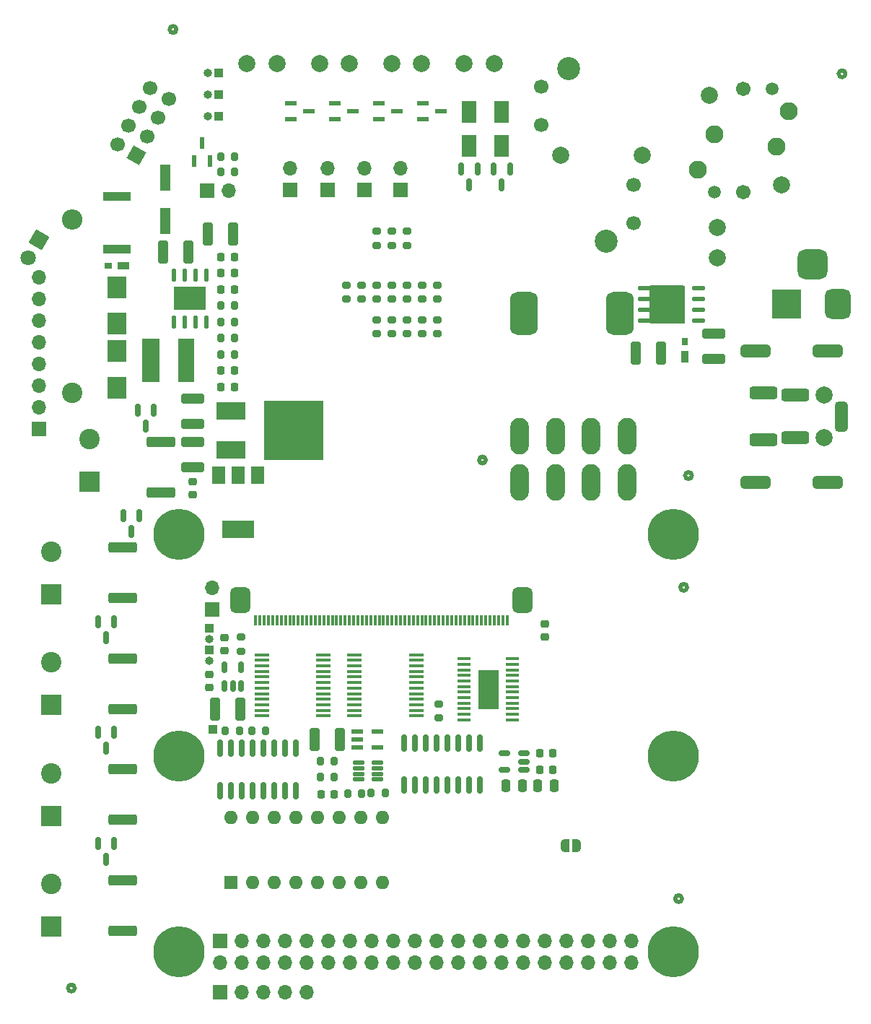
<source format=gts>
G04 #@! TF.GenerationSoftware,KiCad,Pcbnew,(6.0.5-0)*
G04 #@! TF.CreationDate,2023-01-18T02:57:05+09:00*
G04 #@! TF.ProjectId,qPCR-main,71504352-2d6d-4616-996e-2e6b69636164,rev?*
G04 #@! TF.SameCoordinates,Original*
G04 #@! TF.FileFunction,Soldermask,Top*
G04 #@! TF.FilePolarity,Negative*
%FSLAX46Y46*%
G04 Gerber Fmt 4.6, Leading zero omitted, Abs format (unit mm)*
G04 Created by KiCad (PCBNEW (6.0.5-0)) date 2023-01-18 02:57:05*
%MOMM*%
%LPD*%
G01*
G04 APERTURE LIST*
G04 Aperture macros list*
%AMRoundRect*
0 Rectangle with rounded corners*
0 $1 Rounding radius*
0 $2 $3 $4 $5 $6 $7 $8 $9 X,Y pos of 4 corners*
0 Add a 4 corners polygon primitive as box body*
4,1,4,$2,$3,$4,$5,$6,$7,$8,$9,$2,$3,0*
0 Add four circle primitives for the rounded corners*
1,1,$1+$1,$2,$3*
1,1,$1+$1,$4,$5*
1,1,$1+$1,$6,$7*
1,1,$1+$1,$8,$9*
0 Add four rect primitives between the rounded corners*
20,1,$1+$1,$2,$3,$4,$5,0*
20,1,$1+$1,$4,$5,$6,$7,0*
20,1,$1+$1,$6,$7,$8,$9,0*
20,1,$1+$1,$8,$9,$2,$3,0*%
%AMHorizOval*
0 Thick line with rounded ends*
0 $1 width*
0 $2 $3 position (X,Y) of the first rounded end (center of the circle)*
0 $4 $5 position (X,Y) of the second rounded end (center of the circle)*
0 Add line between two ends*
20,1,$1,$2,$3,$4,$5,0*
0 Add two circle primitives to create the rounded ends*
1,1,$1,$2,$3*
1,1,$1,$4,$5*%
%AMRotRect*
0 Rectangle, with rotation*
0 The origin of the aperture is its center*
0 $1 length*
0 $2 width*
0 $3 Rotation angle, in degrees counterclockwise*
0 Add horizontal line*
21,1,$1,$2,0,0,$3*%
%AMFreePoly0*
4,1,22,0.500000,-0.750000,0.000000,-0.750000,0.000000,-0.745033,-0.079941,-0.743568,-0.215256,-0.701293,-0.333266,-0.622738,-0.424486,-0.514219,-0.481581,-0.384460,-0.499164,-0.250000,-0.500000,-0.250000,-0.500000,0.250000,-0.499164,0.250000,-0.499963,0.256109,-0.478152,0.396186,-0.417904,0.524511,-0.324060,0.630769,-0.204165,0.706417,-0.067858,0.745374,0.000000,0.744959,0.000000,0.750000,
0.500000,0.750000,0.500000,-0.750000,0.500000,-0.750000,$1*%
%AMFreePoly1*
4,1,20,0.000000,0.744959,0.073905,0.744508,0.209726,0.703889,0.328688,0.626782,0.421226,0.519385,0.479903,0.390333,0.500000,0.250000,0.500000,-0.250000,0.499851,-0.262216,0.476331,-0.402017,0.414519,-0.529596,0.319384,-0.634700,0.198574,-0.708877,0.061801,-0.746166,0.000000,-0.745033,0.000000,-0.750000,-0.500000,-0.750000,-0.500000,0.750000,0.000000,0.750000,0.000000,0.744959,
0.000000,0.744959,$1*%
G04 Aperture macros list end*
%ADD10C,0.475000*%
%ADD11C,0.100000*%
%ADD12R,1.700000X1.700000*%
%ADD13O,1.700000X1.700000*%
%ADD14C,2.000000*%
%ADD15FreePoly0,180.000000*%
%ADD16FreePoly1,180.000000*%
%ADD17RoundRect,0.150000X-0.150000X0.587500X-0.150000X-0.587500X0.150000X-0.587500X0.150000X0.587500X0*%
%ADD18R,2.400000X2.400000*%
%ADD19C,2.400000*%
%ADD20RoundRect,0.250000X-0.250000X-0.475000X0.250000X-0.475000X0.250000X0.475000X-0.250000X0.475000X0*%
%ADD21R,2.300000X2.500000*%
%ADD22RoundRect,0.250000X-1.425000X0.362500X-1.425000X-0.362500X1.425000X-0.362500X1.425000X0.362500X0*%
%ADD23R,3.200000X1.000000*%
%ADD24R,1.900000X5.100000*%
%ADD25R,2.100000X5.100000*%
%ADD26RoundRect,0.225000X0.225000X0.250000X-0.225000X0.250000X-0.225000X-0.250000X0.225000X-0.250000X0*%
%ADD27RoundRect,0.225000X-0.225000X-0.250000X0.225000X-0.250000X0.225000X0.250000X-0.225000X0.250000X0*%
%ADD28R,1.800000X2.500000*%
%ADD29RoundRect,0.200000X-0.275000X0.200000X-0.275000X-0.200000X0.275000X-0.200000X0.275000X0.200000X0*%
%ADD30RoundRect,0.200000X0.275000X-0.200000X0.275000X0.200000X-0.275000X0.200000X-0.275000X-0.200000X0*%
%ADD31RoundRect,0.069795X-0.765205X-0.109794X0.765205X-0.109794X0.765205X0.109794X-0.765205X0.109794X0*%
%ADD32RoundRect,0.150000X-0.150000X0.825000X-0.150000X-0.825000X0.150000X-0.825000X0.150000X0.825000X0*%
%ADD33RoundRect,0.225000X0.250000X-0.225000X0.250000X0.225000X-0.250000X0.225000X-0.250000X-0.225000X0*%
%ADD34RoundRect,0.225000X-0.250000X0.225000X-0.250000X-0.225000X0.250000X-0.225000X0.250000X0.225000X0*%
%ADD35RoundRect,0.250000X0.325000X1.100000X-0.325000X1.100000X-0.325000X-1.100000X0.325000X-1.100000X0*%
%ADD36RoundRect,0.109795X-0.552705X-0.109795X0.552705X-0.109795X0.552705X0.109795X-0.552705X0.109795X0*%
%ADD37RoundRect,0.150000X0.150000X-0.512500X0.150000X0.512500X-0.150000X0.512500X-0.150000X-0.512500X0*%
%ADD38R,2.400000X4.680000*%
%ADD39RoundRect,0.100000X0.687500X0.100000X-0.687500X0.100000X-0.687500X-0.100000X0.687500X-0.100000X0*%
%ADD40RoundRect,0.200000X0.200000X0.275000X-0.200000X0.275000X-0.200000X-0.275000X0.200000X-0.275000X0*%
%ADD41R,1.600000X1.600000*%
%ADD42O,1.600000X1.600000*%
%ADD43R,1.473200X0.558800*%
%ADD44RoundRect,0.200000X-0.200000X-0.275000X0.200000X-0.275000X0.200000X0.275000X-0.200000X0.275000X0*%
%ADD45RoundRect,0.072295X0.072295X0.552705X-0.072295X0.552705X-0.072295X-0.552705X0.072295X-0.552705X0*%
%ADD46RoundRect,0.600000X0.600000X0.899999X-0.600000X0.899999X-0.600000X-0.899999X0.600000X-0.899999X0*%
%ADD47RoundRect,0.139700X-0.139700X0.590550X-0.139700X-0.590550X0.139700X-0.590550X0.139700X0.590550X0*%
%ADD48R,3.708400X2.717800*%
%ADD49C,2.108200*%
%ADD50C,1.498600*%
%ADD51C,1.701800*%
%ADD52C,2.006600*%
%ADD53C,2.700000*%
%ADD54C,1.700000*%
%ADD55R,1.320800X0.558800*%
%ADD56R,1.397000X0.889000*%
%ADD57R,0.863600X0.762000*%
%ADD58R,3.500000X3.500000*%
%ADD59RoundRect,0.750000X0.750000X1.000000X-0.750000X1.000000X-0.750000X-1.000000X0.750000X-1.000000X0*%
%ADD60RoundRect,0.875000X0.875000X0.875000X-0.875000X0.875000X-0.875000X-0.875000X0.875000X-0.875000X0*%
%ADD61R,1.500000X2.000000*%
%ADD62R,3.800000X2.000000*%
%ADD63R,0.889000X1.397000*%
%ADD64R,0.762000X0.863600*%
%ADD65RoundRect,0.114300X0.643700X0.114300X-0.643700X0.114300X-0.643700X-0.114300X0.643700X-0.114300X0*%
%ADD66RoundRect,0.114300X1.929700X2.090000X-1.929700X2.090000X-1.929700X-2.090000X1.929700X-2.090000X0*%
%ADD67RoundRect,0.250000X1.100000X-0.325000X1.100000X0.325000X-1.100000X0.325000X-1.100000X-0.325000X0*%
%ADD68RoundRect,0.812500X0.812500X1.687500X-0.812500X1.687500X-0.812500X-1.687500X0.812500X-1.687500X0*%
%ADD69R,1.000000X1.000000*%
%ADD70O,1.000000X1.000000*%
%ADD71O,2.400000X2.400000*%
%ADD72C,6.000000*%
%ADD73RotRect,1.700000X1.700000X150.000000*%
%ADD74HorizOval,1.700000X0.000000X0.000000X0.000000X0.000000X0*%
%ADD75R,0.558800X1.320800*%
%ADD76RoundRect,0.375000X1.275000X-0.375000X1.275000X0.375000X-1.275000X0.375000X-1.275000X-0.375000X0*%
%ADD77RoundRect,0.375000X0.375000X1.375000X-0.375000X1.375000X-0.375000X-1.375000X0.375000X-1.375000X0*%
%ADD78RoundRect,0.375000X-1.375000X0.375000X-1.375000X-0.375000X1.375000X-0.375000X1.375000X0.375000X0*%
%ADD79R,1.219200X3.098800*%
%ADD80RoundRect,0.150000X0.512500X0.150000X-0.512500X0.150000X-0.512500X-0.150000X0.512500X-0.150000X0*%
%ADD81RoundRect,0.250000X0.250000X0.475000X-0.250000X0.475000X-0.250000X-0.475000X0.250000X-0.475000X0*%
%ADD82RoundRect,0.250000X-0.325000X-1.100000X0.325000X-1.100000X0.325000X1.100000X-0.325000X1.100000X0*%
%ADD83R,3.500000X2.000000*%
%ADD84R,7.000000X7.000000*%
%ADD85RotRect,1.800000X1.800000X240.000000*%
%ADD86C,1.800000*%
%ADD87O,2.201600X4.301600*%
G04 APERTURE END LIST*
D10*
X100225003Y-35109990D02*
G75*
G03*
X100225003Y-35109990I-400000J0D01*
G01*
X88300000Y-147500000D02*
G75*
G03*
X88300000Y-147500000I-400000J0D01*
G01*
X136536010Y-85589999D02*
G75*
G03*
X136536010Y-85589999I-400000J0D01*
G01*
X178724993Y-40299996D02*
G75*
G03*
X178724993Y-40299996I-400000J0D01*
G01*
X160705010Y-87409999D02*
G75*
G03*
X160705010Y-87409999I-400000J0D01*
G01*
X160140000Y-100510000D02*
G75*
G03*
X160140000Y-100510000I-400000J0D01*
G01*
X159540000Y-137010000D02*
G75*
G03*
X159540000Y-137010000I-400000J0D01*
G01*
G36*
X159761606Y-69458992D02*
G01*
X155773806Y-69458992D01*
X155773806Y-65140992D01*
X159761606Y-65140992D01*
X159761606Y-69458992D01*
G37*
D11*
X159761606Y-69458992D02*
X155773806Y-69458992D01*
X155773806Y-65140992D01*
X159761606Y-65140992D01*
X159761606Y-69458992D01*
D12*
X105370000Y-148000000D03*
D13*
X107910000Y-148000000D03*
X110450000Y-148000000D03*
X112990000Y-148000000D03*
X115530000Y-148000000D03*
D14*
X129000000Y-39100000D03*
X125500000Y-39100000D03*
D12*
X104399994Y-103105001D03*
D13*
X104399994Y-100565001D03*
D12*
X84095000Y-81985000D03*
D13*
X84095000Y-79445000D03*
X84095000Y-76905000D03*
X84095000Y-74365000D03*
X84095000Y-71825000D03*
X84095000Y-69285000D03*
X84095000Y-66745000D03*
X84095000Y-64205000D03*
D15*
X147140000Y-130800000D03*
D16*
X145840000Y-130800000D03*
D17*
X97560000Y-79732500D03*
X95660000Y-79732500D03*
X96610000Y-81607500D03*
X95870000Y-92062500D03*
X93970000Y-92062500D03*
X94920000Y-93937500D03*
X92926000Y-104512500D03*
X91026000Y-104512500D03*
X91976000Y-106387500D03*
X92926000Y-117512500D03*
X91026000Y-117512500D03*
X91976000Y-119387500D03*
X92926000Y-130512500D03*
X91026000Y-130512500D03*
X91976000Y-132387500D03*
D18*
X85546006Y-101319990D03*
D19*
X85546006Y-96319990D03*
D18*
X85546006Y-114319990D03*
D19*
X85546006Y-109319990D03*
D18*
X85546006Y-127319989D03*
D19*
X85546006Y-122319989D03*
D18*
X85546006Y-140319989D03*
D19*
X85546006Y-135319989D03*
D20*
X138902505Y-123797500D03*
X140802505Y-123797500D03*
D21*
X93220007Y-69619995D03*
X93220007Y-65319995D03*
X93220007Y-72799990D03*
X93220007Y-77099990D03*
D22*
X98430000Y-83457500D03*
X98430000Y-89382500D03*
X93936000Y-95857500D03*
X93936000Y-101782500D03*
X93936000Y-108857500D03*
X93936000Y-114782500D03*
X93936000Y-121857500D03*
X93936000Y-127782500D03*
X93936000Y-134857500D03*
X93936000Y-140782500D03*
D23*
X93220007Y-60900011D03*
X93220007Y-54700011D03*
D24*
X101395000Y-73880000D03*
D25*
X97195000Y-73880000D03*
D26*
X107004988Y-63677800D03*
X105454988Y-63677800D03*
D27*
X105454988Y-75107800D03*
X107004988Y-75107800D03*
D18*
X90030000Y-88090000D03*
D19*
X90030000Y-83090000D03*
D14*
X137500000Y-39100000D03*
X134000000Y-39100000D03*
X120500000Y-39100000D03*
X117000000Y-39100000D03*
D28*
X134590000Y-48790000D03*
X134590000Y-44790000D03*
X138400000Y-48790000D03*
X138400000Y-44790000D03*
D17*
X135540000Y-51452500D03*
X133640000Y-51452500D03*
X134590000Y-53327500D03*
X139350000Y-51452500D03*
X137450000Y-51452500D03*
X138400000Y-53327500D03*
D29*
X123725991Y-58779021D03*
X123725991Y-60429021D03*
D30*
X125503991Y-60429021D03*
X125503991Y-58779021D03*
D31*
X110245846Y-108425983D03*
X110245846Y-109075981D03*
X110245846Y-109725982D03*
X110245846Y-110375982D03*
X110245846Y-111025982D03*
X110245846Y-111675982D03*
X110245846Y-112325982D03*
X110245846Y-112975982D03*
X110245846Y-113625982D03*
X110245846Y-114275982D03*
X110245846Y-114925983D03*
X110245846Y-115575981D03*
X117445846Y-115575981D03*
X117445846Y-114925983D03*
X117445846Y-114275982D03*
X117445846Y-113625982D03*
X117445846Y-112975982D03*
X117445846Y-112325982D03*
X117445846Y-111675982D03*
X117445846Y-111025982D03*
X117445846Y-110375982D03*
X117445846Y-109725982D03*
X117445846Y-109075981D03*
X117445846Y-108425983D03*
D32*
X135865000Y-118745000D03*
X134595000Y-118745000D03*
X133325000Y-118745000D03*
X132055000Y-118745000D03*
X130785000Y-118745000D03*
X129515000Y-118745000D03*
X128245000Y-118745000D03*
X126975000Y-118745000D03*
X126975000Y-123695000D03*
X128245000Y-123695000D03*
X129515000Y-123695000D03*
X130785000Y-123695000D03*
X132055000Y-123695000D03*
X133325000Y-123695000D03*
X134595000Y-123695000D03*
X135865000Y-123695000D03*
D31*
X121135855Y-108425983D03*
X121135855Y-109075981D03*
X121135855Y-109725982D03*
X121135855Y-110375982D03*
X121135855Y-111025982D03*
X121135855Y-111675982D03*
X121135855Y-112325982D03*
X121135855Y-112975982D03*
X121135855Y-113625982D03*
X121135855Y-114275982D03*
X121135855Y-114925983D03*
X121135855Y-115575981D03*
X128335855Y-115575981D03*
X128335855Y-114925983D03*
X128335855Y-114275982D03*
X128335855Y-113625982D03*
X128335855Y-112975982D03*
X128335855Y-112325982D03*
X128335855Y-111675982D03*
X128335855Y-111025982D03*
X128335855Y-110375982D03*
X128335855Y-109725982D03*
X128335855Y-109075981D03*
X128335855Y-108425983D03*
D33*
X104069998Y-112284988D03*
X104069998Y-110734988D03*
D34*
X143430000Y-104765000D03*
X143430000Y-106315000D03*
X105885005Y-106405000D03*
X105885005Y-107955000D03*
D27*
X117164998Y-124822407D03*
X118714998Y-124822407D03*
D35*
X119414998Y-118369994D03*
X116464998Y-118369994D03*
D36*
X121562500Y-121075000D03*
X121562500Y-121725000D03*
X121562500Y-122375000D03*
X121562500Y-123025000D03*
X123837500Y-123025000D03*
X123837500Y-122375000D03*
X123837500Y-121725000D03*
X123837500Y-121075000D03*
D37*
X105887505Y-112127500D03*
X106837505Y-112127500D03*
X107787505Y-112127500D03*
X107787505Y-109852500D03*
X105887505Y-109852500D03*
D38*
X136804400Y-112471200D03*
D39*
X139666900Y-116046200D03*
X139666900Y-115396200D03*
X139666900Y-114746200D03*
X139666900Y-114096200D03*
X139666900Y-113446200D03*
X139666900Y-112796200D03*
X139666900Y-112146200D03*
X139666900Y-111496200D03*
X139666900Y-110846200D03*
X139666900Y-110196200D03*
X139666900Y-109546200D03*
X139666900Y-108896200D03*
X133941900Y-108896200D03*
X133941900Y-109546200D03*
X133941900Y-110196200D03*
X133941900Y-110846200D03*
X133941900Y-111496200D03*
X133941900Y-112146200D03*
X133941900Y-112796200D03*
X133941900Y-113446200D03*
X133941900Y-114096200D03*
X133941900Y-114746200D03*
X133941900Y-115396200D03*
X133941900Y-116046200D03*
D40*
X118764998Y-122765007D03*
X117114998Y-122765007D03*
D32*
X114255000Y-119395620D03*
X112985000Y-119395620D03*
X111715000Y-119395620D03*
X110445000Y-119395620D03*
X109175000Y-119395620D03*
X107905000Y-119395620D03*
X106635000Y-119395620D03*
X105365000Y-119395620D03*
X105365000Y-124345620D03*
X106635000Y-124345620D03*
X107905000Y-124345620D03*
X109175000Y-124345620D03*
X110445000Y-124345620D03*
X111715000Y-124345620D03*
X112985000Y-124345620D03*
X114255000Y-124345620D03*
D41*
X106585004Y-135149996D03*
D42*
X109125004Y-135149996D03*
X111665004Y-135149996D03*
X114205004Y-135149996D03*
X116745004Y-135149996D03*
X119285004Y-135149996D03*
X121825004Y-135149996D03*
X124365004Y-135149996D03*
X124365004Y-127529996D03*
X121825004Y-127529996D03*
X119285004Y-127529996D03*
X116745004Y-127529996D03*
X114205004Y-127529996D03*
X111665004Y-127529996D03*
X109125004Y-127529996D03*
X106585004Y-127529996D03*
D43*
X121416191Y-117419993D03*
X121416191Y-118369994D03*
X121416191Y-119319995D03*
X123803791Y-119319995D03*
X123803791Y-117419993D03*
D44*
X117114998Y-120860007D03*
X118764998Y-120860007D03*
X105965007Y-117320009D03*
X107615007Y-117320009D03*
D40*
X121975000Y-124690000D03*
X120325000Y-124690000D03*
D44*
X123085000Y-124640000D03*
X124735000Y-124640000D03*
D45*
X139019991Y-104340000D03*
X138519991Y-104340000D03*
X138019991Y-104340000D03*
X137519991Y-104340000D03*
X137019991Y-104340000D03*
X136519991Y-104340000D03*
X136019992Y-104340000D03*
X135519990Y-104340000D03*
X135019991Y-104340000D03*
X134519990Y-104340000D03*
X134019991Y-104340000D03*
X133519992Y-104340000D03*
X133019990Y-104340000D03*
X132519991Y-104340000D03*
X132019990Y-104340000D03*
X131519991Y-104340000D03*
X131019992Y-104340000D03*
X130519990Y-104340000D03*
X130019991Y-104340000D03*
X129519992Y-104340000D03*
X129019991Y-104340000D03*
X128519992Y-104340000D03*
X128019990Y-104340000D03*
X127519991Y-104340000D03*
X127019992Y-104340000D03*
X126519991Y-104340000D03*
X126019992Y-104340000D03*
X125519990Y-104340000D03*
X125019991Y-104340000D03*
X124519992Y-104340000D03*
X124019991Y-104340000D03*
X123519992Y-104340000D03*
X123019990Y-104340000D03*
X122519991Y-104340000D03*
X122019992Y-104340000D03*
X121519990Y-104340000D03*
X121019991Y-104340000D03*
X120519990Y-104340000D03*
X120019991Y-104340000D03*
X119519992Y-104340000D03*
X119019990Y-104340000D03*
X118519991Y-104340000D03*
X118019990Y-104340000D03*
X117519991Y-104340000D03*
X117019992Y-104340000D03*
X116519990Y-104340000D03*
X116019991Y-104340000D03*
X115519990Y-104340000D03*
X115019991Y-104340000D03*
X114519992Y-104340000D03*
X114019990Y-104340000D03*
X113519991Y-104340000D03*
X113019992Y-104340000D03*
X112519993Y-104340000D03*
X112019994Y-104340000D03*
X111519995Y-104340000D03*
X111019996Y-104340000D03*
X110519997Y-104340000D03*
X110019998Y-104340000D03*
X109519999Y-104340000D03*
D46*
X140819991Y-102015000D03*
X107720003Y-102015000D03*
D47*
X103715000Y-63925850D03*
X102445000Y-63925850D03*
X101175000Y-63925850D03*
X99905000Y-63925850D03*
X99905000Y-69374150D03*
X101175000Y-69374150D03*
X102445000Y-69374150D03*
X103715000Y-69374150D03*
D48*
X101810000Y-66650000D03*
D14*
X163669312Y-61854869D03*
X163669312Y-58354869D03*
D49*
X172059312Y-44714869D03*
D50*
X170109312Y-42064869D03*
D51*
X166709312Y-42064869D03*
D52*
X162759312Y-42864869D03*
D49*
X163359312Y-47364869D03*
X161359312Y-51514869D03*
D50*
X163309312Y-54164869D03*
D51*
X166709312Y-54164869D03*
D52*
X171259312Y-53364869D03*
D49*
X170659312Y-48864869D03*
D53*
X146249312Y-39724869D03*
D54*
X142999312Y-41824869D03*
X142999312Y-46324869D03*
D14*
X145349312Y-49824869D03*
X154849312Y-49824869D03*
D54*
X153899312Y-53324869D03*
X153899312Y-57824869D03*
D53*
X150649312Y-59924869D03*
D34*
X102089991Y-88135008D03*
X102089991Y-89685008D03*
D55*
X123942805Y-43760212D03*
X123942805Y-45639812D03*
X126127205Y-44700012D03*
X129107794Y-43760212D03*
X129107794Y-45639812D03*
X131292194Y-44700012D03*
X118777791Y-43760212D03*
X118777791Y-45639812D03*
X120962191Y-44700012D03*
X113612803Y-43760212D03*
X113612803Y-45639812D03*
X115797203Y-44700012D03*
D56*
X93969307Y-62770004D03*
D57*
X92204007Y-62770004D03*
D58*
X171828993Y-67310000D03*
D59*
X177828993Y-67310000D03*
D60*
X174828993Y-62610000D03*
D61*
X109769991Y-87400009D03*
X107469991Y-87400009D03*
X105169991Y-87400009D03*
D62*
X107469991Y-93700009D03*
D26*
X107004988Y-65582800D03*
X105454988Y-65582800D03*
D44*
X105404988Y-67487800D03*
X107054988Y-67487800D03*
D63*
X159900000Y-73499300D03*
D64*
X159900000Y-71734000D03*
D65*
X161510206Y-69204992D03*
X161510206Y-67934992D03*
X161510206Y-66664992D03*
X161510206Y-65394992D03*
D66*
X157773206Y-67304292D03*
D65*
X155168206Y-67934992D03*
X155168206Y-66664992D03*
X155168206Y-65394992D03*
X155168206Y-69204992D03*
D67*
X163230000Y-73745000D03*
X163230000Y-70795000D03*
D35*
X157065000Y-73030000D03*
X154115000Y-73030000D03*
D68*
X152285006Y-68409998D03*
X141035006Y-68409998D03*
D14*
X112000000Y-39100000D03*
X108500000Y-39100000D03*
D12*
X122292008Y-53920949D03*
D13*
X122292008Y-51380949D03*
D12*
X126483008Y-53920949D03*
D13*
X126483008Y-51380949D03*
D69*
X105210000Y-45300000D03*
D70*
X103940000Y-45300000D03*
D69*
X105210000Y-42760000D03*
D70*
X103940000Y-42760000D03*
D69*
X105210000Y-40220000D03*
D70*
X103940000Y-40220000D03*
D12*
X117974999Y-53920949D03*
D13*
X117974999Y-51380949D03*
D12*
X113530000Y-53920945D03*
D13*
X113530000Y-51380945D03*
D29*
X130838000Y-65095000D03*
X130838000Y-66745000D03*
D30*
X120169991Y-66745010D03*
X120169991Y-65095010D03*
X127281991Y-66745010D03*
X127281991Y-65095010D03*
X129060000Y-66745000D03*
X129060000Y-65095000D03*
X121947991Y-66745010D03*
X121947991Y-65095010D03*
X123725991Y-66745010D03*
X123725991Y-65095010D03*
X125504000Y-66745000D03*
X125504000Y-65095000D03*
D29*
X130838000Y-69125000D03*
X130838000Y-70775000D03*
D30*
X127281991Y-60429021D03*
X127281991Y-58779021D03*
D29*
X127282000Y-69125000D03*
X127282000Y-70775000D03*
X129060000Y-69125000D03*
X129060000Y-70775000D03*
X125504000Y-69125000D03*
X125504000Y-70775000D03*
X123725991Y-69125000D03*
X123725991Y-70775000D03*
D30*
X131010000Y-115845000D03*
X131010000Y-114195000D03*
D19*
X88000000Y-77725000D03*
D71*
X88000000Y-57405000D03*
D72*
X158499995Y-120269995D03*
X100499995Y-94269995D03*
X158499995Y-143269995D03*
X158499995Y-94269995D03*
X100499995Y-120269995D03*
X100499995Y-143269995D03*
D12*
X105369995Y-141999995D03*
D13*
X105369995Y-144539995D03*
X107909995Y-141999995D03*
X107909995Y-144539995D03*
X110449995Y-141999995D03*
X110449995Y-144539995D03*
X112989995Y-141999995D03*
X112989995Y-144539995D03*
X115529995Y-141999995D03*
X115529995Y-144539995D03*
X118069995Y-141999995D03*
X118069995Y-144539995D03*
X120609995Y-141999995D03*
X120609995Y-144539995D03*
X123149995Y-141999995D03*
X123149995Y-144539995D03*
X125689995Y-141999995D03*
X125689995Y-144539995D03*
X128229995Y-141999995D03*
X128229995Y-144539995D03*
X130769995Y-141999995D03*
X130769995Y-144539995D03*
X133309995Y-141999995D03*
X133309995Y-144539995D03*
X135849995Y-141999995D03*
X135849995Y-144539995D03*
X138389995Y-141999995D03*
X138389995Y-144539995D03*
X140929995Y-141999995D03*
X140929995Y-144539995D03*
X143469995Y-141999995D03*
X143469995Y-144539995D03*
X146009995Y-141999995D03*
X146009995Y-144539995D03*
X148549995Y-141999995D03*
X148549995Y-144539995D03*
X151089995Y-141999995D03*
X151089995Y-144539995D03*
X153629995Y-141999995D03*
X153629995Y-144539995D03*
D73*
X95524183Y-49888397D03*
D74*
X93324478Y-48618397D03*
X96794183Y-47688692D03*
X94594478Y-46418692D03*
X98064183Y-45488988D03*
X95864478Y-44218988D03*
X99334183Y-43289283D03*
X97134478Y-42019283D03*
D44*
X105404988Y-73202800D03*
X107054988Y-73202800D03*
X105404988Y-51816000D03*
X107054988Y-51816000D03*
X105404988Y-50038000D03*
X107054988Y-50038000D03*
D75*
X102310200Y-50572200D03*
X104189800Y-50572200D03*
X103250000Y-48387800D03*
D67*
X102089991Y-81314998D03*
X102089991Y-78364998D03*
X102089991Y-86394998D03*
X102089991Y-83444998D03*
D14*
X176250008Y-77975988D03*
X176250008Y-82975988D03*
D76*
X169100008Y-83225988D03*
X169100008Y-77725988D03*
X172850008Y-82975988D03*
X172850008Y-77975988D03*
D77*
X178250008Y-80475988D03*
D78*
X168150008Y-88175988D03*
X176650008Y-88175988D03*
X168150008Y-72775988D03*
X176650008Y-72775988D03*
D35*
X106885000Y-59105800D03*
X103935000Y-59105800D03*
D26*
X107004988Y-61772800D03*
X105454988Y-61772800D03*
D79*
X98940010Y-57602704D03*
X98940010Y-52497304D03*
D80*
X140990005Y-121890000D03*
X140990005Y-120940000D03*
X140990005Y-119990000D03*
X138715005Y-119990000D03*
X138715005Y-121890000D03*
D26*
X144367502Y-119987500D03*
X142817502Y-119987500D03*
D30*
X107790005Y-108005000D03*
X107790005Y-106355000D03*
D40*
X107054988Y-71297800D03*
X105404988Y-71297800D03*
D44*
X109035004Y-117320009D03*
X110685004Y-117320009D03*
D81*
X144542502Y-123797500D03*
X142642502Y-123797500D03*
D82*
X104765000Y-114800000D03*
X107715000Y-114800000D03*
D83*
X106605000Y-79830000D03*
X106605000Y-84410000D03*
D84*
X114005000Y-82130000D03*
D26*
X107004988Y-77012800D03*
X105454988Y-77012800D03*
D44*
X105404988Y-69392800D03*
X107054988Y-69392800D03*
D26*
X144367502Y-121892500D03*
X142817502Y-121892500D03*
D82*
X98690000Y-61210000D03*
X101640000Y-61210000D03*
D12*
X103850000Y-53985000D03*
D13*
X106390000Y-53985000D03*
D85*
X84130000Y-59719988D03*
D86*
X82860000Y-61919693D03*
D69*
X104510000Y-117200000D03*
D87*
X140490004Y-88250007D03*
X144690004Y-88250007D03*
X148890004Y-88250007D03*
X153090004Y-88250007D03*
X140490004Y-82750007D03*
X144690004Y-82750007D03*
X148890004Y-82750007D03*
X153090004Y-82750007D03*
D69*
X104069998Y-107890005D03*
D70*
X104069998Y-109160005D03*
D69*
X104069998Y-105350005D03*
D70*
X104069998Y-106620005D03*
M02*

</source>
